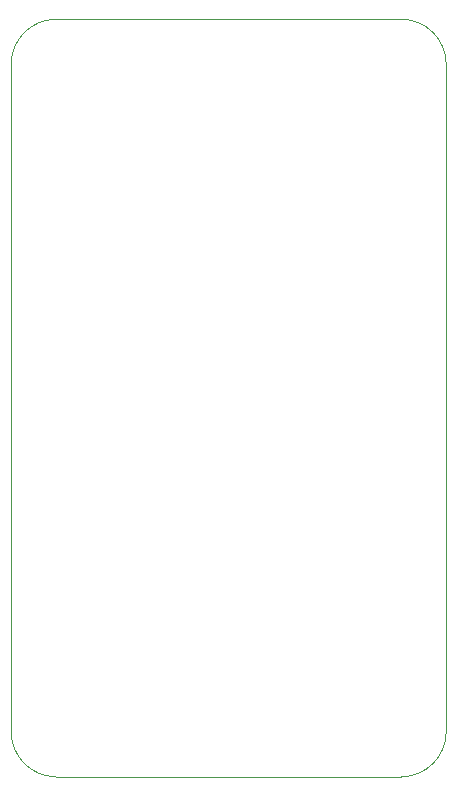
<source format=gbr>
G04 #@! TF.GenerationSoftware,KiCad,Pcbnew,5.1.5*
G04 #@! TF.CreationDate,2020-04-23T21:43:41+02:00*
G04 #@! TF.ProjectId,teensy-load,7465656e-7379-42d6-9c6f-61642e6b6963,rev?*
G04 #@! TF.SameCoordinates,Original*
G04 #@! TF.FileFunction,Profile,NP*
%FSLAX46Y46*%
G04 Gerber Fmt 4.6, Leading zero omitted, Abs format (unit mm)*
G04 Created by KiCad (PCBNEW 5.1.5) date 2020-04-23 21:43:41*
%MOMM*%
%LPD*%
G04 APERTURE LIST*
%ADD10C,0.050000*%
G04 APERTURE END LIST*
D10*
X109855000Y-105410000D02*
X109855000Y-48895000D01*
X146685000Y-48895000D02*
X146685000Y-105410000D01*
X142875000Y-45085000D02*
X113665000Y-45085000D01*
X109855000Y-48895000D02*
G75*
G02X113665000Y-45085000I3810000J0D01*
G01*
X113665000Y-109220000D02*
X142875000Y-109220000D01*
X142875000Y-45085000D02*
G75*
G02X146685000Y-48895000I0J-3810000D01*
G01*
X113665000Y-109220000D02*
G75*
G02X109855000Y-105410000I0J3810000D01*
G01*
X146685000Y-105410000D02*
G75*
G02X142875000Y-109220000I-3810000J0D01*
G01*
M02*

</source>
